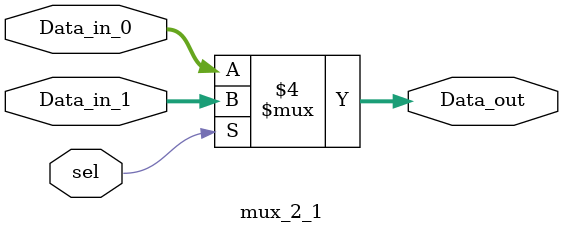
<source format=sv>
`timescale 1ns / 1ps


module mux_2_1 (
    input [7:0] Data_in_0,
    input [7:0] Data_in_1,
    input sel,
    output reg [7:0] Data_out
    ); 
    //reg [7:0] Data_out;

    always @(Data_in_0,Data_in_1,sel)
    begin
        if(sel == 0) 
            Data_out = Data_in_0; 
        else
            Data_out = Data_in_1;
    end
    
endmodule

</source>
